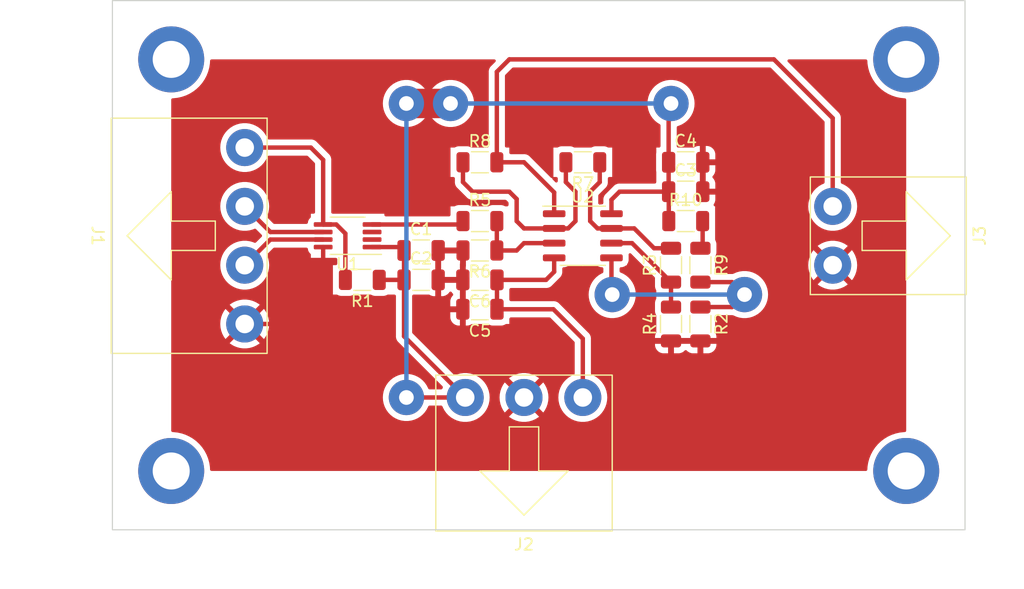
<source format=kicad_pcb>
(kicad_pcb (version 20221018) (generator pcbnew)
  (layers (0 "F.Cu" signal) (31 "B.Cu" signal) (34 "B.Paste" user) (35 "F.Paste" user) (36 "B.SilkS" user "B.Silkscreen") (37 "F.SilkS" user "F.Silkscreen") (38 "B.Mask" user) (39 "F.Mask" user) (44 "Edge.Cuts" user))
  (net 0 "")
  (net 1 "POWER+")
  (net 2 "GNDREF")
  (net 3 "POWER-")
  (net 4 "SYNC")
  (net 5 "SCLK")
  (net 6 "DIN")
  (net 7 "Net-(U2A-+)")
  (net 8 "Net-(U2A--)")
  (net 9 "POWER_HALF")
  (net 10 "DAC_OUT")
  (net 11 "Net-(U2B-+)")
  (net 12 "Net-(U2B--)")
  (net 13 "VOUT")
  (net 14 "Net-(R10-Pad2)")
  (footprint "Capacitor_SMD:C_1206_3216Metric" (layer "F.Cu") (at 118.11 151.13)
    (fp_text reference "C2" (at 0 -1.85) (layer "F.SilkS"))
    (fp_text value "4.7uF X7R 1206")
    (fp_line (start -0.711252 -0.91) (end 0.711252 -0.91) (stroke (width 0.12)) (layer "F.SilkS"))
    (fp_line (start -0.711252 0.91) (end 0.711252 0.91) (stroke (width 0.12)) (layer "F.SilkS"))
    (pad "1" smd roundrect (at -1.475 0) (size 1.15 1.8) (layers "F.Cu" "F.Paste" "F.Mask") (roundrect_rratio 0.217391) (net 1 "POWER+"))
    (pad "2" smd roundrect (at 1.475 0) (size 1.15 1.8) (layers "F.Cu" "F.Paste" "F.Mask") (roundrect_rratio 0.217391) (net 2 "GNDREF"))
  )
  (footprint "" (layer "F.Cu") (at 96.52 167.64)
    (fp_text reference "" (at 0 0) (layer "F.SilkS") (effects (font (size 1.27 1.27))))
    (fp_text value "" (at 0 0) (layer "F.SilkS") (effects (font (size 1.27 1.27))))
    (pad "1" thru_hole circle (at 0 0) (size 5.7 5.7) (drill 3.2) (layers "*.Cu" "*.Mask"))
  )
  (footprint "Capacitor_SMD:C_1206_3216Metric" (layer "F.Cu") (at 118.11 148.59)
    (fp_text reference "C1" (at 0 -1.85) (layer "F.SilkS"))
    (fp_text value "100nF X7R 1206")
    (fp_line (start -0.711252 -0.91) (end 0.711252 -0.91) (stroke (width 0.12)) (layer "F.SilkS"))
    (fp_line (start -0.711252 0.91) (end 0.711252 0.91) (stroke (width 0.12)) (layer "F.SilkS"))
    (pad "1" smd roundrect (at -1.475 0) (size 1.15 1.8) (layers "F.Cu" "F.Paste" "F.Mask") (roundrect_rratio 0.217391) (net 1 "POWER+"))
    (pad "2" smd roundrect (at 1.475 0) (size 1.15 1.8) (layers "F.Cu" "F.Paste" "F.Mask") (roundrect_rratio 0.217391) (net 2 "GNDREF"))
  )
  (footprint "Resistor_SMD:R_1206_3216Metric" (layer "F.Cu") (at 139.7 154.94 90)
    (fp_text reference "R4" (at 0 -1.82 90) (layer "F.SilkS"))
    (fp_text value "10k 1206")
    (fp_line (start -0.727064 -0.91) (end 0.727064 -0.91) (stroke (width 0.12)) (layer "F.SilkS"))
    (fp_line (start -0.727064 0.91) (end 0.727064 0.91) (stroke (width 0.12)) (layer "F.SilkS"))
    (pad "1" smd roundrect (at -1.4625 0 90) (size 1.125 1.75) (layers "F.Cu" "F.Paste" "F.Mask") (roundrect_rratio 0.222222) (net 2 "GNDREF"))
    (pad "2" smd roundrect (at 1.4625 0 90) (size 1.125 1.75) (layers "F.Cu" "F.Paste" "F.Mask") (roundrect_rratio 0.222222) (net 12 "Net-(U2B--)"))
  )
  (footprint "Customer_Connector:2EDG-5.08mm_2P_Horizontal" (layer "F.Cu") (at 153.67 147.32 90)
    (fp_text reference "J3" (at 0 12.7 90 unlocked) (layer "F.SilkS"))
    (fp_text value "Screw_Terminal_01x02")
    (fp_line (start -3.81 6.35) (end -1.27 6.35) (stroke (width 0.12)) (layer "F.SilkS"))
    (fp_line (start -1.27 2.54) (end 1.27 2.54) (stroke (width 0.12)) (layer "F.SilkS"))
    (fp_line (start -1.27 6.35) (end -1.27 2.54) (stroke (width 0.12)) (layer "F.SilkS"))
    (fp_line (start 0 10.16) (end -3.81 6.35) (stroke (width 0.12)) (layer "F.SilkS"))
    (fp_line (start 1.27 2.54) (end 1.27 6.35) (stroke (width 0.12)) (layer "F.SilkS"))
    (fp_line (start 1.27 6.35) (end 3.81 6.35) (stroke (width 0.12)) (layer "F.SilkS"))
    (fp_line (start 3.81 6.35) (end 0 10.16) (stroke (width 0.12)) (layer "F.SilkS"))
    (fp_rect (start -5.08 -1.935) (end 5.08 11.535) (stroke (width 0.12)) (fill none) (layer "F.SilkS"))
    (pad "1" thru_hole circle (at -2.54 0 90) (size 3.2 3.2) (drill 1.6) (layers "*.Cu" "*.Mask") (net 2 "GNDREF"))
    (pad "2" thru_hole circle (at 2.54 0 90) (size 3.2 3.2) (drill 1.6) (layers "*.Cu" "*.Mask") (net 13 "VOUT"))
  )
  (footprint "Resistor_SMD:R_1206_3216Metric" (layer "F.Cu") (at 139.7 149.86 90)
    (fp_text reference "R3" (at 0 -1.82 90) (layer "F.SilkS"))
    (fp_text value "10k 1206")
    (fp_line (start -0.727064 -0.91) (end 0.727064 -0.91) (stroke (width 0.12)) (layer "F.SilkS"))
    (fp_line (start -0.727064 0.91) (end 0.727064 0.91) (stroke (width 0.12)) (layer "F.SilkS"))
    (pad "1" smd roundrect (at -1.4625 0 90) (size 1.125 1.75) (layers "F.Cu" "F.Paste" "F.Mask") (roundrect_rratio 0.222222) (net 12 "Net-(U2B--)"))
    (pad "2" smd roundrect (at 1.4625 0 90) (size 1.125 1.75) (layers "F.Cu" "F.Paste" "F.Mask") (roundrect_rratio 0.222222) (net 9 "POWER_HALF"))
  )
  (footprint "Capacitor_SMD:C_1206_3216Metric" (layer "F.Cu") (at 140.97 143.51)
    (fp_text reference "C3" (at 0 -1.85) (layer "F.SilkS"))
    (fp_text value "100nF X7R 1206")
    (fp_line (start -0.711252 -0.91) (end 0.711252 -0.91) (stroke (width 0.12)) (layer "F.SilkS"))
    (fp_line (start -0.711252 0.91) (end 0.711252 0.91) (stroke (width 0.12)) (layer "F.SilkS"))
    (pad "1" smd roundrect (at -1.475 0) (size 1.15 1.8) (layers "F.Cu" "F.Paste" "F.Mask") (roundrect_rratio 0.217391) (net 1 "POWER+"))
    (pad "2" smd roundrect (at 1.475 0) (size 1.15 1.8) (layers "F.Cu" "F.Paste" "F.Mask") (roundrect_rratio 0.217391) (net 2 "GNDREF"))
  )
  (footprint "Resistor_SMD:R_1206_3216Metric" (layer "F.Cu") (at 140.97 146.05)
    (fp_text reference "R10" (at 0 -1.82) (layer "F.SilkS"))
    (fp_text value "15k 1206")
    (fp_line (start -0.727064 -0.91) (end 0.727064 -0.91) (stroke (width 0.12)) (layer "F.SilkS"))
    (fp_line (start -0.727064 0.91) (end 0.727064 0.91) (stroke (width 0.12)) (layer "F.SilkS"))
    (pad "1" smd roundrect (at -1.4625 0) (size 1.125 1.75) (layers "F.Cu" "F.Paste" "F.Mask") (roundrect_rratio 0.222222) (net 1 "POWER+"))
    (pad "2" smd roundrect (at 1.4625 0) (size 1.125 1.75) (layers "F.Cu" "F.Paste" "F.Mask") (roundrect_rratio 0.222222) (net 14 "Net-(R10-Pad2)"))
  )
  (footprint "" (layer "F.Cu") (at 160.02 167.64)
    (fp_text reference "" (at 0 0) (layer "F.SilkS") (effects (font (size 1.27 1.27))))
    (fp_text value "" (at 0 0) (layer "F.SilkS") (effects (font (size 1.27 1.27))))
    (pad "1" thru_hole circle (at 0 0) (size 5.7 5.7) (drill 3.2) (layers "*.Cu" "*.Mask"))
  )
  (footprint "MountingHole:MountingHole_3.2mm_M3_ISO7380_Pad" (layer "F.Cu") (at 96.52 132.08)
    (fp_text reference "REF**" hide)
    (fp_text value "MountingHole_3.2mm_M3_ISO7380_Pad")
    (pad "1" thru_hole circle (at 0 0) (size 5.7 5.7) (drill 3.2) (layers "*.Cu" "*.Mask"))
  )
  (footprint "" (layer "F.Cu") (at 160.02 132.08)
    (fp_text reference "" (at 0 0) (layer "F.SilkS") (effects (font (size 1.27 1.27))))
    (fp_text value "" (at 0 0) (layer "F.SilkS") (effects (font (size 1.27 1.27))))
    (pad "1" thru_hole circle (at 0 0) (size 5.7 5.7) (drill 3.2) (layers "*.Cu" "*.Mask"))
  )
  (footprint "Capacitor_SMD:C_1206_3216Metric" (layer "F.Cu") (at 123.19 151.13 180)
    (fp_text reference "C6" (at 0 -1.85) (layer "F.SilkS"))
    (fp_text value "100nF X7R 1206")
    (fp_line (start -0.711252 -0.91) (end 0.711252 -0.91) (stroke (width 0.12)) (layer "F.SilkS"))
    (fp_line (start -0.711252 0.91) (end 0.711252 0.91) (stroke (width 0.12)) (layer "F.SilkS"))
    (pad "1" smd roundrect (at -1.475 0 180) (size 1.15 1.8) (layers "F.Cu" "F.Paste" "F.Mask") (roundrect_rratio 0.217391) (net 3 "POWER-"))
    (pad "2" smd roundrect (at 1.475 0 180) (size 1.15 1.8) (layers "F.Cu" "F.Paste" "F.Mask") (roundrect_rratio 0.217391) (net 2 "GNDREF"))
  )
  (footprint "Resistor_SMD:R_1206_3216Metric" (layer "F.Cu") (at 132.08 140.97 180)
    (fp_text reference "R7" (at 0 -1.82) (layer "F.SilkS"))
    (fp_text value "10k 1206")
    (fp_line (start -0.727064 -0.91) (end 0.727064 -0.91) (stroke (width 0.12)) (layer "F.SilkS"))
    (fp_line (start -0.727064 0.91) (end 0.727064 0.91) (stroke (width 0.12)) (layer "F.SilkS"))
    (pad "1" smd roundrect (at -1.4625 0 180) (size 1.125 1.75) (layers "F.Cu" "F.Paste" "F.Mask") (roundrect_rratio 0.222222) (net 9 "POWER_HALF"))
    (pad "2" smd roundrect (at 1.4625 0 180) (size 1.125 1.75) (layers "F.Cu" "F.Paste" "F.Mask") (roundrect_rratio 0.222222) (net 8 "Net-(U2A--)"))
  )
  (footprint "Resistor_SMD:R_1206_3216Metric" (layer "F.Cu") (at 113.03 151.13 180)
    (fp_text reference "R1" (at 0 -1.82) (layer "F.SilkS"))
    (fp_text value "10k 1206")
    (fp_line (start -0.727064 -0.91) (end 0.727064 -0.91) (stroke (width 0.12)) (layer "F.SilkS"))
    (fp_line (start -0.727064 0.91) (end 0.727064 0.91) (stroke (width 0.12)) (layer "F.SilkS"))
    (pad "1" smd roundrect (at -1.4625 0 180) (size 1.125 1.75) (layers "F.Cu" "F.Paste" "F.Mask") (roundrect_rratio 0.222222) (net 1 "POWER+"))
    (pad "2" smd roundrect (at 1.4625 0 180) (size 1.125 1.75) (layers "F.Cu" "F.Paste" "F.Mask") (roundrect_rratio 0.222222) (net 4 "SYNC"))
  )
  (footprint "Resistor_SMD:R_1206_3216Metric" (layer "F.Cu") (at 142.24 154.94 -90)
    (fp_text reference "R2" (at 0 -1.82 90) (layer "F.SilkS"))
    (fp_text value "10k 1206")
    (fp_line (start -0.727064 -0.91) (end 0.727064 -0.91) (stroke (width 0.12)) (layer "F.SilkS"))
    (fp_line (start -0.727064 0.91) (end 0.727064 0.91) (stroke (width 0.12)) (layer "F.SilkS"))
    (pad "1" smd roundrect (at -1.4625 0 270) (size 1.125 1.75) (layers "F.Cu" "F.Paste" "F.Mask") (roundrect_rratio 0.222222) (net 11 "Net-(U2B-+)"))
    (pad "2" smd roundrect (at 1.4625 0 270) (size 1.125 1.75) (layers "F.Cu" "F.Paste" "F.Mask") (roundrect_rratio 0.222222) (net 2 "GNDREF"))
  )
  (footprint "Package_SO:SOIC-8_3.9x4.9mm_P1.27mm" (layer "F.Cu") (at 132.08 147.32)
    (fp_text reference "U2" (at 0 -3.4) (layer "F.SilkS"))
    (fp_text value "LF412")
    (fp_line (start 0 -2.56) (end -3.45 -2.56) (stroke (width 0.12)) (layer "F.SilkS"))
    (fp_line (start 0 -2.56) (end 1.95 -2.56) (stroke (width 0.12)) (layer "F.SilkS"))
    (fp_line (start 0 2.56) (end -1.95 2.56) (stroke (width 0.12)) (layer "F.SilkS"))
    (fp_line (start 0 2.56) (end 1.95 2.56) (stroke (width 0.12)) (layer "F.SilkS"))
    (pad "1" smd roundrect (at -2.475 -1.905) (size 1.95 0.6) (layers "F.Cu" "F.Paste" "F.Mask") (net 13 "VOUT"))
    (pad "2" smd roundrect (at -2.475 -0.635) (size 1.95 0.6) (layers "F.Cu" "F.Paste" "F.Mask") (net 8 "Net-(U2A--)"))
    (pad "3" smd roundrect (at -2.475 0.635) (size 1.95 0.6) (layers "F.Cu" "F.Paste" "F.Mask") (net 7 "Net-(U2A-+)"))
    (pad "4" smd roundrect (at -2.475 1.905) (size 1.95 0.6) (layers "F.Cu" "F.Paste" "F.Mask") (net 3 "POWER-"))
    (pad "5" smd roundrect (at 2.475 1.905) (size 1.95 0.6) (layers "F.Cu" "F.Paste" "F.Mask") (net 11 "Net-(U2B-+)"))
    (pad "6" smd roundrect (at 2.475 0.635) (size 1.95 0.6) (layers "F.Cu" "F.Paste" "F.Mask") (net 12 "Net-(U2B--)"))
    (pad "7" smd roundrect (at 2.475 -0.635) (size 1.95 0.6) (layers "F.Cu" "F.Paste" "F.Mask") (net 9 "POWER_HALF"))
    (pad "8" smd roundrect (at 2.475 -1.905) (size 1.95 0.6) (layers "F.Cu" "F.Paste" "F.Mask") (net 1 "POWER+"))
  )
  (footprint "Customer_Connector:2EDG-5.08mm_3P_Horizontal" (layer "F.Cu") (at 127 161.29)
    (fp_text reference "J2" (at 0 12.7 unlocked) (layer "F.SilkS"))
    (fp_text value "Screw_Terminal_01x03")
    (fp_line (start -3.81 6.35) (end -1.27 6.35) (stroke (width 0.12)) (layer "F.SilkS"))
    (fp_line (start -1.27 2.54) (end 1.27 2.54) (stroke (width 0.12)) (layer "F.SilkS"))
    (fp_line (start -1.27 6.35) (end -1.27 2.54) (stroke (width 0.12)) (layer "F.SilkS"))
    (fp_line (start 0 10.16) (end -3.81 6.35) (stroke (width 0.12)) (layer "F.SilkS"))
    (fp_line (start 1.27 2.54) (end 1.27 6.35) (stroke (width 0.12)) (layer "F.SilkS"))
    (fp_line (start 1.27 6.35) (end 3.81 6.35) (stroke (width 0.12)) (layer "F.SilkS"))
    (fp_line (start 3.81 6.35) (end 0 10.16) (stroke (width 0.12)) (layer "F.SilkS"))
    (fp_rect (start -7.62 -1.935) (end 7.62 11.535) (stroke (width 0.12)) (fill none) (layer "F.SilkS"))
    (pad "1" thru_hole circle (at -5.08 0) (size 3.2 3.2) (drill 1.6) (layers "*.Cu" "*.Mask") (net 1 "POWER+"))
    (pad "2" thru_hole circle (at 0 0) (size 3.2 3.2) (drill 1.6) (layers "*.Cu" "*.Mask") (net 2 "GNDREF"))
    (pad "3" thru_hole circle (at 5.08 0) (size 3.2 3.2) (drill 1.6) (layers "*.Cu" "*.Mask") (net 3 "POWER-"))
  )
  (footprint "Resistor_SMD:R_1206_3216Metric" (layer "F.Cu") (at 123.19 140.97)
    (fp_text reference "R8" (at 0 -1.82) (layer "F.SilkS"))
    (fp_text value "10k 1206")
    (fp_line (start -0.727064 -0.91) (end 0.727064 -0.91) (stroke (width 0.12)) (layer "F.SilkS"))
    (fp_line (start -0.727064 0.91) (end 0.727064 0.91) (stroke (width 0.12)) (layer "F.SilkS"))
    (pad "1" smd roundrect (at -1.4625 0) (size 1.125 1.75) (layers "F.Cu" "F.Paste" "F.Mask") (roundrect_rratio 0.222222) (net 8 "Net-(U2A--)"))
    (pad "2" smd roundrect (at 1.4625 0) (size 1.125 1.75) (layers "F.Cu" "F.Paste" "F.Mask") (roundrect_rratio 0.222222) (net 13 "VOUT"))
  )
  (footprint "Capacitor_SMD:C_1206_3216Metric" (layer "F.Cu") (at 140.97 140.97)
    (fp_text reference "C4" (at 0 -1.85) (layer "F.SilkS"))
    (fp_text value "4.7uF X7R 1206")
    (fp_line (start -0.711252 -0.91) (end 0.711252 -0.91) (stroke (width 0.12)) (layer "F.SilkS"))
    (fp_line (start -0.711252 0.91) (end 0.711252 0.91) (stroke (width 0.12)) (layer "F.SilkS"))
    (pad "1" smd roundrect (at -1.475 0) (size 1.15 1.8) (layers "F.Cu" "F.Paste" "F.Mask") (roundrect_rratio 0.217391) (net 1 "POWER+"))
    (pad "2" smd roundrect (at 1.475 0) (size 1.15 1.8) (layers "F.Cu" "F.Paste" "F.Mask") (roundrect_rratio 0.217391) (net 2 "GNDREF"))
  )
  (footprint "Customer_Connector:2EDG-5.08mm_4P_Horizontal" (layer "F.Cu") (at 102.87 147.32 -90)
    (fp_text reference "J1" (at 0 12.7 -90 unlocked) (layer "F.SilkS"))
    (fp_text value "Screw_Terminal_01x04")
    (fp_line (start -3.81 6.35) (end -1.27 6.35) (stroke (width 0.12)) (layer "F.SilkS"))
    (fp_line (start -1.27 2.54) (end 1.27 2.54) (stroke (width 0.12)) (layer "F.SilkS"))
    (fp_line (start -1.27 6.35) (end -1.27 2.54) (stroke (width 0.12)) (layer "F.SilkS"))
    (fp_line (start 0 10.16) (end -3.81 6.35) (stroke (width 0.12)) (layer "F.SilkS"))
    (fp_line (start 1.27 2.54) (end 1.27 6.35) (stroke (width 0.12)) (layer "F.SilkS"))
    (fp_line (start 1.27 6.35) (end 3.81 6.35) (stroke (width 0.12)) (layer "F.SilkS"))
    (fp_line (start 3.81 6.35) (end 0 10.16) (stroke (width 0.12)) (layer "F.SilkS"))
    (fp_rect (start -10.16 -1.935) (end 10.16 11.535) (stroke (width 0.12)) (fill none) (layer "F.SilkS"))
    (pad "1" thru_hole circle (at -7.62 0 270) (size 3.2 3.2) (drill 1.6) (layers "*.Cu" "*.Mask") (net 4 "SYNC"))
    (pad "2" thru_hole circle (at -2.54 0 270) (size 3.2 3.2) (drill 1.6) (layers "*.Cu" "*.Mask") (net 5 "SCLK"))
    (pad "3" thru_hole circle (at 2.54 0 270) (size 3.2 3.2) (drill 1.6) (layers "*.Cu" "*.Mask") (net 6 "DIN"))
    (pad "4" thru_hole circle (at 7.62 0 270) (size 3.2 3.2) (drill 1.6) (layers "*.Cu" "*.Mask") (net 2 "GNDREF"))
  )
  (footprint "Resistor_SMD:R_1206_3216Metric" (layer "F.Cu") (at 123.19 146.05)
    (fp_text reference "R5" (at 0 -1.82) (layer "F.SilkS"))
    (fp_text value "10k 1206")
    (fp_line (start -0.727064 -0.91) (end 0.727064 -0.91) (stroke (width 0.12)) (layer "F.SilkS"))
    (fp_line (start -0.727064 0.91) (end 0.727064 0.91) (stroke (width 0.12)) (layer "F.SilkS"))
    (pad "1" smd roundrect (at -1.4625 0) (size 1.125 1.75) (layers "F.Cu" "F.Paste" "F.Mask") (roundrect_rratio 0.222222) (net 10 "DAC_OUT"))
    (pad "2" smd roundrect (at 1.4625 0) (size 1.125 1.75) (layers "F.Cu" "F.Paste" "F.Mask") (roundrect_rratio 0.222222) (net 7 "Net-(U2A-+)"))
  )
  (footprint "Package_SO:MSOP-8_3x3mm_P0.65mm" (layer "F.Cu") (at 111.76 147.32 180)
    (fp_text reference "U1" (at 0 -2.45) (layer "F.SilkS"))
    (fp_text value "DAC7512")
    (fp_line (start 0 -1.61) (end -2.925 -1.61) (stroke (width 0.12)) (layer "F.SilkS"))
    (fp_line (start 0 -1.61) (end 1.5 -1.61) (stroke (width 0.12)) (layer "F.SilkS"))
    (fp_line (start 0 1.61) (end -1.5 1.61) (stroke (width 0.12)) (layer "F.SilkS"))
    (fp_line (start 0 1.61) (end 1.5 1.61) (stroke (width 0.12)) (layer "F.SilkS"))
    (pad "1" smd roundrect (at -2.1125 -0.975 180) (size 1.625 0.4) (layers "F.Cu" "F.Paste" "F.Mask") (net 1 "POWER+"))
    (pad "2" smd roundrect (at -2.1125 -0.325 180) (size 1.625 0.4) (layers "F.Cu" "F.Paste" "F.Mask"))
    (pad "3" smd roundrect (at -2.1125 0.325 180) (size 1.625 0.4) (layers "F.Cu" "F.Paste" "F.Mask"))
    (pad "4" smd roundrect (at -2.1125 0.975 180) (size 1.625 0.4) (layers "F.Cu" "F.Paste" "F.Mask") (net 10 "DAC_OUT"))
    (pad "5" smd roundrect (at 2.1125 0.975 180) (size 1.625 0.4) (layers "F.Cu" "F.Paste" "F.Mask") (net 4 "SYNC"))
    (pad "6" smd roundrect (at 2.1125 0.325 180) (size 1.625 0.4) (layers "F.Cu" "F.Paste" "F.Mask") (net 5 "SCLK"))
    (pad "7" smd roundrect (at 2.1125 -0.325 180) (size 1.625 0.4) (layers "F.Cu" "F.Paste" "F.Mask") (net 6 "DIN"))
    (pad "8" smd roundrect (at 2.1125 -0.975 180) (size 1.625 0.4) (layers "F.Cu" "F.Paste" "F.Mask") (net 2 "GNDREF"))
  )
  (footprint "Resistor_SMD:R_1206_3216Metric" (layer "F.Cu") (at 123.19 148.59 180)
    (fp_text reference "R6" (at 0 -1.82) (layer "F.SilkS"))
    (fp_text value "10k 1206")
    (fp_line (start -0.727064 -0.91) (end 0.727064 -0.91) (stroke (width 0.12)) (layer "F.SilkS"))
    (fp_line (start -0.727064 0.91) (end 0.727064 0.91) (stroke (width 0.12)) (layer "F.SilkS"))
    (pad "1" smd roundrect (at -1.4625 0 180) (size 1.125 1.75) (layers "F.Cu" "F.Paste" "F.Mask") (roundrect_rratio 0.222222) (net 7 "Net-(U2A-+)"))
    (pad "2" smd roundrect (at 1.4625 0 180) (size 1.125 1.75) (layers "F.Cu" "F.Paste" "F.Mask") (roundrect_rratio 0.222222) (net 2 "GNDREF"))
  )
  (footprint "Resistor_SMD:R_1206_3216Metric" (layer "F.Cu") (at 142.24 149.86 -90)
    (fp_text reference "R9" (at 0 -1.82 90) (layer "F.SilkS"))
    (fp_text value "15k 1206")
    (fp_line (start -0.727064 -0.91) (end 0.727064 -0.91) (stroke (width 0.12)) (layer "F.SilkS"))
    (fp_line (start -0.727064 0.91) (end 0.727064 0.91) (stroke (width 0.12)) (layer "F.SilkS"))
    (pad "1" smd roundrect (at -1.4625 0 270) (size 1.125 1.75) (layers "F.Cu" "F.Paste" "F.Mask") (roundrect_rratio 0.222222) (net 14 "Net-(R10-Pad2)"))
    (pad "2" smd roundrect (at 1.4625 0 270) (size 1.125 1.75) (layers "F.Cu" "F.Paste" "F.Mask") (roundrect_rratio 0.222222) (net 11 "Net-(U2B-+)"))
  )
  (footprint "Capacitor_SMD:C_1206_3216Metric" (layer "F.Cu") (at 123.19 153.67 180)
    (fp_text reference "C5" (at 0 -1.85) (layer "F.SilkS"))
    (fp_text value "4.7uF X7R 1206")
    (fp_line (start -0.711252 -0.91) (end 0.711252 -0.91) (stroke (width 0.12)) (layer "F.SilkS"))
    (fp_line (start -0.711252 0.91) (end 0.711252 0.91) (stroke (width 0.12)) (layer "F.SilkS"))
    (pad "1" smd roundrect (at -1.475 0 180) (size 1.15 1.8) (layers "F.Cu" "F.Paste" "F.Mask") (roundrect_rratio 0.217391) (net 3 "POWER-"))
    (pad "2" smd roundrect (at 1.475 0 180) (size 1.15 1.8) (layers "F.Cu" "F.Paste" "F.Mask") (roundrect_rratio 0.217391) (net 2 "GNDREF"))
  )
  (gr_rect (start 91.44 127) (end 165.1 172.72) (stroke (width 0.1)) (fill none) (layer "Edge.Cuts"))
  (segment (start 135.255 143.51) (end 139.495 143.51) (width 0.381) (layer "F.Cu") (net 1))
  (segment (start 116.84 135.89) (end 120.65 135.89) (width 2.54) (layer "F.Cu") (net 1))
  (segment (start 139.5075 143.5225) (end 139.495 143.51) (width 0.381) (layer "F.Cu") (net 1))
  (segment (start 114.4925 151.13) (end 116.635 151.13) (width 0.381) (layer "F.Cu") (net 1))
  (segment (start 116.635 156.005) (end 121.92 161.29) (width 0.381) (layer "F.Cu") (net 1))
  (segment (start 116.84 161.29) (end 121.92 161.29) (width 0.381) (layer "F.Cu") (net 1))
  (segment (start 134.555 145.415) (end 134.555 144.21) (width 0.381) (layer "F.Cu") (net 1))
  (segment (start 139.495 136.095) (end 139.7 135.89) (width 0.381) (layer "F.Cu") (net 1))
  (segment (start 116.635 151.13) (end 116.635 156.005) (width 0.381) (layer "F.Cu") (net 1))
  (segment (start 139.495 143.51) (end 139.495 140.97) (width 0.381) (layer "F.Cu") (net 1))
  (segment (start 134.555 144.21) (end 135.255 143.51) (width 0.381) (layer "F.Cu") (net 1))
  (segment (start 139.495 140.97) (end 139.495 136.095) (width 0.381) (layer "F.Cu") (net 1))
  (segment (start 116.635 151.13) (end 116.635 148.59) (width 0.381) (layer "F.Cu") (net 1))
  (segment (start 116.34 148.295) (end 116.635 148.59) (width 0.381) (layer "F.Cu") (net 1))
  (segment (start 139.5075 146.05) (end 139.5075 143.5225) (width 0.381) (layer "F.Cu") (net 1))
  (segment (start 113.8725 148.295) (end 116.34 148.295) (width 0.381) (layer "F.Cu") (net 1))
  (via (at 120.65 135.89) (size 3.048) (drill 1.27) (layers "F.Cu" "B.Cu") (net 1))
  (via (at 139.7 135.89) (size 3.048) (drill 1.27) (layers "F.Cu" "B.Cu") (net 1))
  (via (at 116.84 135.89) (size 3.048) (drill 1.27) (layers "F.Cu" "B.Cu") (net 1))
  (via (at 116.84 161.29) (size 3.048) (drill 1.27) (layers "F.Cu" "B.Cu") (net 1))
  (segment (start 139.7 135.89) (end 120.65 135.89) (width 0.381) (layer "B.Cu") (net 1))
  (segment (start 116.84 161.29) (end 116.84 135.89) (width 0.381) (layer "B.Cu") (net 1))
  (segment (start 108.585 154.94) (end 102.87 154.94) (width 0.381) (layer "F.Cu") (net 2))
  (segment (start 121.7275 151.1175) (end 121.715 151.13) (width 0.381) (layer "F.Cu") (net 2))
  (segment (start 109.6475 153.8775) (end 108.585 154.94) (width 0.381) (layer "F.Cu") (net 2))
  (segment (start 109.6475 148.295) (end 109.6475 153.8775) (width 0.381) (layer "F.Cu") (net 2))
  (segment (start 124.665 153.67) (end 124.665 151.13) (width 0.381) (layer "F.Cu") (net 3))
  (segment (start 132.08 156.21) (end 129.54 153.67) (width 0.381) (layer "F.Cu") (net 3))
  (segment (start 129.54 153.67) (end 124.665 153.67) (width 0.381) (layer "F.Cu") (net 3))
  (segment (start 132.08 161.29) (end 132.08 156.21) (width 0.381) (layer "F.Cu") (net 3))
  (segment (start 129.605 149.225) (end 129.605 150.43) (width 0.381) (layer "F.Cu") (net 3))
  (segment (start 128.905 151.13) (end 124.665 151.13) (width 0.381) (layer "F.Cu") (net 3))
  (segment (start 129.605 150.43) (end 128.905 151.13) (width 0.381) (layer "F.Cu") (net 3))
  (segment (start 110.785 146.345) (end 111.5675 147.1275) (width 0.381) (layer "F.Cu") (net 4))
  (segment (start 109.6475 146.345) (end 110.785 146.345) (width 0.381) (layer "F.Cu") (net 4))
  (segment (start 108.585 139.7) (end 102.87 139.7) (width 0.381) (layer "F.Cu") (net 4))
  (segment (start 109.6475 146.345) (end 109.6475 140.7625) (width 0.381) (layer "F.Cu") (net 4))
  (segment (start 111.5675 147.1275) (end 111.5675 151.13) (width 0.381) (layer "F.Cu") (net 4))
  (segment (start 109.6475 140.7625) (end 108.585 139.7) (width 0.381) (layer "F.Cu") (net 4))
  (segment (start 109.6475 146.995) (end 105.085 146.995) (width 0.381) (layer "F.Cu") (net 5))
  (segment (start 105.085 146.995) (end 102.87 144.78) (width 0.381) (layer "F.Cu") (net 5))
  (segment (start 105.085 147.645) (end 102.87 149.86) (width 0.381) (layer "F.Cu") (net 6))
  (segment (start 109.6475 147.645) (end 105.085 147.645) (width 0.381) (layer "F.Cu") (net 6))
  (segment (start 127 147.955) (end 126.365 148.59) (width 0.381) (layer "F.Cu") (net 7))
  (segment (start 124.6525 148.59) (end 124.6525 146.05) (width 0.381) (layer "F.Cu") (net 7))
  (segment (start 126.365 148.59) (end 124.6525 148.59) (width 0.381) (layer "F.Cu") (net 7))
  (segment (start 129.605 147.955) (end 127 147.955) (width 0.381) (layer "F.Cu") (net 7))
  (segment (start 127 146.685) (end 129.605 146.685) (width 0.381) (layer "F.Cu") (net 8))
  (segment (start 122.555 143.51) (end 125.73 143.51) (width 0.381) (layer "F.Cu") (net 8))
  (segment (start 130.6175 142.6825) (end 130.6175 140.97) (width 0.381) (layer "F.Cu") (net 8))
  (segment (start 126.365 146.05) (end 127 146.685) (width 0.381) (layer "F.Cu") (net 8))
  (segment (start 121.7275 140.97) (end 121.7275 142.6825) (width 0.381) (layer "F.Cu") (net 8))
  (segment (start 126.365 144.145) (end 126.365 146.05) (width 0.381) (layer "F.Cu") (net 8))
  (segment (start 121.7275 142.6825) (end 122.555 143.51) (width 0.381) (layer "F.Cu") (net 8))
  (segment (start 131.445 146.05) (end 131.445 143.51) (width 0.381) (layer "F.Cu") (net 8))
  (segment (start 129.605 146.685) (end 130.81 146.685) (width 0.381) (layer "F.Cu") (net 8))
  (segment (start 131.445 143.51) (end 130.6175 142.6825) (width 0.381) (layer "F.Cu") (net 8))
  (segment (start 130.81 146.685) (end 131.445 146.05) (width 0.381) (layer "F.Cu") (net 8))
  (segment (start 125.73 143.51) (end 126.365 144.145) (width 0.381) (layer "F.Cu") (net 8))
  (segment (start 136.525 146.685) (end 138.2375 148.3975) (width 0.381) (layer "F.Cu") (net 9))
  (segment (start 132.715 146.05) (end 132.715 143.51) (width 0.381) (layer "F.Cu") (net 9))
  (segment (start 133.35 146.685) (end 132.715 146.05) (width 0.381) (layer "F.Cu") (net 9))
  (segment (start 132.715 143.51) (end 133.5425 142.6825) (width 0.381) (layer "F.Cu") (net 9))
  (segment (start 138.2375 148.3975) (end 139.7 148.3975) (width 0.381) (layer "F.Cu") (net 9))
  (segment (start 134.555 146.685) (end 136.525 146.685) (width 0.381) (layer "F.Cu") (net 9))
  (segment (start 134.555 146.685) (end 133.35 146.685) (width 0.381) (layer "F.Cu") (net 9))
  (segment (start 133.5425 142.6825) (end 133.5425 140.97) (width 0.381) (layer "F.Cu") (net 9))
  (segment (start 121.4325 146.345) (end 121.7275 146.05) (width 0.381) (layer "F.Cu") (net 10))
  (segment (start 113.8725 146.345) (end 121.4325 146.345) (width 0.381) (layer "F.Cu") (net 10))
  (segment (start 134.555 152.335) (end 134.62 152.4) (width 0.381) (layer "F.Cu") (net 11))
  (segment (start 142.24 153.4775) (end 144.9725 153.4775) (width 0.381) (layer "F.Cu") (net 11))
  (segment (start 144.9725 153.4775) (end 146.05 152.4) (width 0.381) (layer "F.Cu") (net 11))
  (segment (start 144.9725 151.3225) (end 146.05 152.4) (width 0.381) (layer "F.Cu") (net 11))
  (segment (start 142.24 151.3225) (end 144.9725 151.3225) (width 0.381) (layer "F.Cu") (net 11))
  (segment (start 134.555 149.225) (end 134.555 152.335) (width 0.381) (layer "F.Cu") (net 11))
  (via (at 134.62 152.4) (size 3.048) (drill 1.27) (layers "F.Cu" "B.Cu") (net 11))
  (via (at 146.05 152.4) (size 3.048) (drill 1.27) (layers "F.Cu" "B.Cu") (net 11))
  (segment (start 146.05 152.4) (end 134.62 152.4) (width 0.381) (layer "B.Cu") (net 11))
  (segment (start 139.7 153.4775) (end 139.7 151.3225) (width 0.381) (layer "F.Cu") (net 12))
  (segment (start 136.3325 147.955) (end 139.7 151.3225) (width 0.381) (layer "F.Cu") (net 12))
  (segment (start 134.555 147.955) (end 136.3325 147.955) (width 0.381) (layer "F.Cu") (net 12))
  (segment (start 129.605 143.575) (end 127 140.97) (width 0.381) (layer "F.Cu") (net 13))
  (segment (start 124.6525 133.1575) (end 125.73 132.08) (width 0.381) (layer "F.Cu") (net 13))
  (segment (start 127 140.97) (end 124.6525 140.97) (width 0.381) (layer "F.Cu") (net 13))
  (segment (start 124.6525 140.97) (end 124.6525 133.1575) (width 0.381) (layer "F.Cu") (net 13))
  (segment (start 129.605 145.415) (end 129.605 143.575) (width 0.381) (layer "F.Cu") (net 13))
  (segment (start 125.73 132.08) (end 148.59 132.08) (width 0.381) (layer "F.Cu") (net 13))
  (segment (start 153.67 137.16) (end 153.67 144.78) (width 0.381) (layer "F.Cu") (net 13))
  (segment (start 148.59 132.08) (end 153.67 137.16) (width 0.381) (layer "F.Cu") (net 13))
  (segment (start 142.4325 148.205) (end 142.24 148.3975) (width 0.381) (layer "F.Cu") (net 14))
  (segment (start 142.4325 146.05) (end 142.4325 148.205) (width 0.381) (layer "F.Cu") (net 14))
  (zone (net 0) (net_name "") (layer "F.Cu") (connect_pads (clearance 0)) (min_thickness 0.25)
    (keepout (tracks allowed) (vias allowed) (pads allowed) (copperpour not_allowed) (footprints allowed))
    (fill (thermal_gap 0.5) (thermal_bridge_width 0.5))
    (polygon (pts (xy 110.49 149.86) (xy 115.57 149.86) (xy 115.57 152.4) (xy 110.49 152.4)))
  )
  (zone (net 0) (net_name "") (layer "F.Cu") (connect_pads (clearance 0)) (min_thickness 0.25)
    (keepout (tracks allowed) (vias allowed) (pads allowed) (copperpour not_allowed) (footprints allowed))
    (fill (thermal_gap 0.5) (thermal_bridge_width 0.5))
    (polygon (pts (xy 140.97 155.575) (xy 140.97 152.4) (xy 143.51 152.4) (xy 143.51 155.575)))
  )
  (zone (net 0) (net_name "") (layer "F.Cu") (connect_pads (clearance 0)) (min_thickness 0.25)
    (keepout (tracks allowed) (vias allowed) (pads allowed) (copperpour not_allowed) (footprints allowed))
    (fill (thermal_gap 0.5) (thermal_bridge_width 0.5))
    (polygon (pts (xy 122.555 149.86) (xy 125.73 149.86) (xy 125.73 152.4) (xy 122.555 152.4)))
  )
  (zone (net 0) (net_name "") (layer "F.Cu") (connect_pads (clearance 0)) (min_thickness 0.25)
    (keepout (tracks allowed) (vias allowed) (pads allowed) (copperpour not_allowed) (footprints allowed))
    (fill (thermal_gap 0.5) (thermal_bridge_width 0.5))
    (polygon (pts (xy 138.43 144.78) (xy 143.51 144.78) (xy 143.51 147.32) (xy 138.43 147.32)))
  )
  (zone (net 0) (net_name "") (layer "F.Cu") (connect_pads (clearance 0)) (min_thickness 0.25)
    (keepout (tracks allowed) (vias allowed) (pads allowed) (copperpour not_allowed) (footprints allowed))
    (fill (thermal_gap 0.5) (thermal_bridge_width 0.5))
    (polygon (pts (xy 138.43 155.575) (xy 138.43 152.4) (xy 140.97 152.4) (xy 140.97 155.575)))
  )
  (zone (net 0) (net_name "") (layer "F.Cu") (connect_pads (clearance 0)) (min_thickness 0.25)
    (keepout (tracks allowed) (vias allowed) (pads allowed) (copperpour not_allowed) (footprints allowed))
    (fill (thermal_gap 0.5) (thermal_bridge_width 0.5))
    (polygon (pts (xy 138.43 139.7) (xy 141.605 139.7) (xy 141.605 142.24) (xy 138.43 142.24)))
  )
  (zone (net 0) (net_name "") (layer "F.Cu") (connect_pads (clearance 0)) (min_thickness 0.25)
    (keepout (tracks allowed) (vias allowed) (pads allowed) (copperpour not_allowed) (footprints allowed))
    (fill (thermal_gap 0.5) (thermal_bridge_width 0.5))
    (polygon (pts (xy 138.43 142.24) (xy 141.605 142.24) (xy 141.605 144.78) (xy 138.43 144.78)))
  )
  (zone (net 0) (net_name "") (layer "F.Cu") (connect_pads (clearance 0)) (min_thickness 0.25)
    (keepout (tracks allowed) (vias allowed) (pads allowed) (copperpour not_allowed) (footprints allowed))
    (fill (thermal_gap 0.5) (thermal_bridge_width 0.5))
    (polygon (pts (xy 122.555 152.4) (xy 125.73 152.4) (xy 125.73 154.94) (xy 122.555 154.94)))
  )
  (zone (net 2) (net_name "GNDREF") (layer "F.Cu") (connect_pads (clearance 0.508)) (min_thickness 0.254) (fill yes (thermal_gap 0.508) (thermal_bridge_width 0.508))
    (polygon (pts (xy 96.52 132.08) (xy 160.02 132.08) (xy 160.02 167.64) (xy 96.52 167.64)))
  )
  (zone (net 0) (net_name "") (layer "F.Cu") (connect_pads (clearance 0)) (min_thickness 0.25)
    (keepout (tracks allowed) (vias allowed) (pads allowed) (copperpour not_allowed) (footprints allowed))
    (fill (thermal_gap 0.5) (thermal_bridge_width 0.5))
    (polygon (pts (xy 140.97 152.4) (xy 140.97 147.32) (xy 143.51 147.32) (xy 143.51 152.4)))
  )
  (zone (net 0) (net_name "") (layer "F.Cu") (connect_pads (clearance 0)) (min_thickness 0.25)
    (keepout (tracks allowed) (vias allowed) (pads allowed) (copperpour not_allowed) (footprints allowed))
    (fill (thermal_gap 0.5) (thermal_bridge_width 0.5))
    (polygon (pts (xy 120.65 139.7) (xy 125.73 139.7) (xy 125.73 142.24) (xy 120.65 142.24)))
  )
  (zone (net 0) (net_name "") (layer "F.Cu") (connect_pads (clearance 0)) (min_thickness 0.25)
    (keepout (tracks allowed) (vias allowed) (pads allowed) (copperpour not_allowed) (footprints allowed))
    (fill (thermal_gap 0.5) (thermal_bridge_width 0.5))
    (polygon (pts (xy 138.43 152.4) (xy 138.43 147.32) (xy 140.97 147.32) (xy 140.97 152.4)))
  )
  (zone (net 0) (net_name "") (layer "F.Cu") (connect_pads (clearance 0)) (min_thickness 0.25)
    (keepout (tracks allowed) (vias allowed) (pads allowed) (copperpour not_allowed) (footprints allowed))
    (fill (thermal_gap 0.5) (thermal_bridge_width 0.5))
    (polygon (pts (xy 122.555 147.32) (xy 125.73 147.32) (xy 125.73 149.86) (xy 122.555 149.86)))
  )
  (zone (net 0) (net_name "") (layer "F.Cu") (connect_pads (clearance 0)) (min_thickness 0.25)
    (keepout (tracks allowed) (vias allowed) (pads allowed) (copperpour not_allowed) (footprints allowed))
    (fill (thermal_gap 0.5) (thermal_bridge_width 0.5))
    (polygon (pts (xy 115.57 149.86) (xy 118.745 149.86) (xy 118.745 152.4) (xy 115.57 152.4)))
  )
  (zone (net 0) (net_name "") (layer "F.Cu") (connect_pads (clearance 0)) (min_thickness 0.25)
    (keepout (tracks allowed) (vias allowed) (pads allowed) (copperpour not_allowed) (footprints allowed))
    (fill (thermal_gap 0.5) (thermal_bridge_width 0.5))
    (polygon (pts (xy 120.65 144.78) (xy 125.73 144.78) (xy 125.73 147.32) (xy 120.65 147.32)))
  )
  (zone (net 0) (net_name "") (layer "F.Cu") (connect_pads (clearance 0)) (min_thickness 0.25)
    (keepout (tracks allowed) (vias allowed) (pads allowed) (copperpour not_allowed) (footprints allowed))
    (fill (thermal_gap 0.5) (thermal_bridge_width 0.5))
    (polygon (pts (xy 108.585 145.415) (xy 114.935 145.415) (xy 114.935 149.225) (xy 108.585 149.225)))
  )
  (zone (net 0) (net_name "") (layer "F.Cu") (connect_pads (clearance 0)) (min_thickness 0.25)
    (keepout (tracks allowed) (vias allowed) (pads allowed) (copperpour not_allowed) (footprints allowed))
    (fill (thermal_gap 0.5) (thermal_bridge_width 0.5))
    (polygon (pts (xy 128.27 144.78) (xy 135.89 144.78) (xy 135.89 149.86) (xy 128.27 149.86)))
  )
  (zone (net 0) (net_name "") (layer "F.Cu") (connect_pads (clearance 0)) (min_thickness 0.25)
    (keepout (tracks allowed) (vias allowed) (pads allowed) (copperpour not_allowed) (footprints allowed))
    (fill (thermal_gap 0.5) (thermal_bridge_width 0.5))
    (polygon (pts (xy 115.57 147.32) (xy 118.745 147.32) (xy 118.745 149.86) (xy 115.57 149.86)))
  )
  (zone (net 0) (net_name "") (layer "F.Cu") (connect_pads (clearance 0)) (min_thickness 0.25)
    (keepout (tracks allowed) (vias allowed) (pads allowed) (copperpour not_allowed) (footprints allowed))
    (fill (thermal_gap 0.5) (thermal_bridge_width 0.5))
    (polygon (pts (xy 129.54 139.7) (xy 134.62 139.7) (xy 134.62 142.24) (xy 129.54 142.24)))
  )
)
</source>
